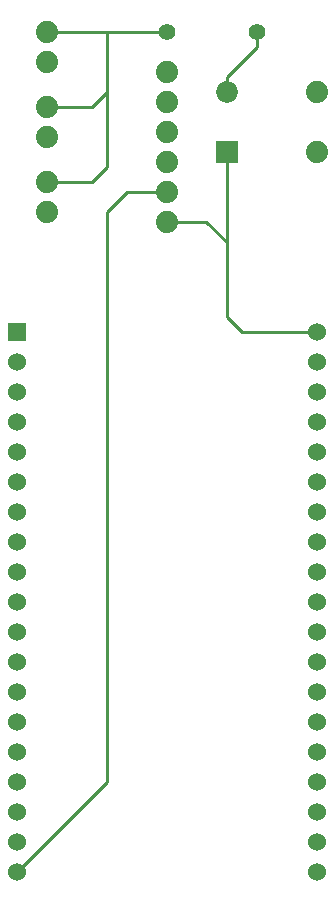
<source format=gtl>
%FSTAX23Y23*%
%MOIN*%
%SFA1B1*%

%IPPOS*%
%ADD13C,0.010000*%
%ADD20C,0.074000*%
%ADD21R,0.072840X0.072840*%
%ADD22C,0.072840*%
%ADD23C,0.055120*%
%ADD24C,0.060240*%
%ADD25R,0.060240X0.060240*%
%LNpcb1-1*%
%LPD*%
G54D13*
X004Y029D02*
X006D01*
X008Y027D02*
Y0275D01*
X009Y0285D02*
Y029D01*
X008Y0275D02*
X009Y0285D01*
X008Y022D02*
Y025D01*
X002Y024D02*
X0035D01*
X004Y0245*
Y027*
X002Y0265D02*
X0035D01*
X004Y027*
X002Y029D02*
X004D01*
X008Y0195D02*
X0085Y019D01*
X011*
X004Y023D02*
X00468Y02368D01*
X004Y004D02*
Y023D01*
X00468Y02368D02*
X006D01*
X001Y001D02*
X004Y004D01*
X008Y0195D02*
Y022D01*
X006Y02268D02*
X00731D01*
X008Y022*
X004Y027D02*
Y029D01*
G54D20*
X002Y029D03*
Y028D03*
Y024D03*
Y023D03*
Y0265D03*
Y0255D03*
X011Y025D03*
Y027D03*
X006Y02268D03*
Y02368D03*
Y02468D03*
Y02568D03*
Y02668D03*
Y02768D03*
G54D21*
X008Y025D03*
G54D22*
X008Y027D03*
G54D23*
X006Y029D03*
X009D03*
G54D24*
X011Y019D03*
Y018D03*
Y017D03*
Y016D03*
Y015D03*
Y014D03*
Y013D03*
Y012D03*
Y011D03*
Y01D03*
Y009D03*
Y008D03*
Y007D03*
Y006D03*
Y005D03*
Y004D03*
Y003D03*
Y002D03*
Y001D03*
X001D03*
Y002D03*
Y003D03*
Y004D03*
Y005D03*
Y006D03*
Y007D03*
Y008D03*
Y009D03*
Y01D03*
Y011D03*
Y012D03*
Y013D03*
Y014D03*
Y015D03*
Y016D03*
Y017D03*
Y018D03*
G54D25*
X001Y019D03*
M02*
</source>
